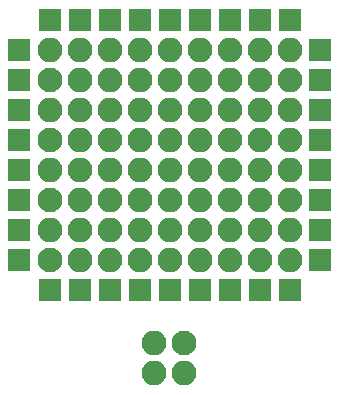
<source format=gbs>
G04 #@! TF.FileFunction,Soldermask,Bot*
%FSLAX46Y46*%
G04 Gerber Fmt 4.6, Leading zero omitted, Abs format (unit mm)*
G04 Created by KiCad (PCBNEW 4.0.7-e2-6376~61~ubuntu18.04.1) date Wed Jun  6 20:56:43 2018*
%MOMM*%
%LPD*%
G01*
G04 APERTURE LIST*
%ADD10C,0.100000*%
%ADD11C,2.100000*%
%ADD12O,2.100000X2.100000*%
%ADD13R,1.900000X1.900000*%
G04 APERTURE END LIST*
D10*
D11*
X118364000Y-171200000D03*
D12*
X118364000Y-168660000D03*
X120904000Y-171200000D03*
X120904000Y-168660000D03*
X123444000Y-171200000D03*
X123444000Y-168660000D03*
X125984000Y-171200000D03*
X125984000Y-168660000D03*
X128524000Y-171200000D03*
X128524000Y-168660000D03*
X131064000Y-171200000D03*
X131064000Y-168660000D03*
X133604000Y-171200000D03*
X133604000Y-168660000D03*
X136144000Y-171200000D03*
X136144000Y-168660000D03*
X138684000Y-171200000D03*
X138684000Y-168660000D03*
D11*
X118364000Y-166100000D03*
D12*
X118364000Y-163560000D03*
X120904000Y-166100000D03*
X120904000Y-163560000D03*
X123444000Y-166100000D03*
X123444000Y-163560000D03*
X125984000Y-166100000D03*
X125984000Y-163560000D03*
X128524000Y-166100000D03*
X128524000Y-163560000D03*
X131064000Y-166100000D03*
X131064000Y-163560000D03*
X133604000Y-166100000D03*
X133604000Y-163560000D03*
X136144000Y-166100000D03*
X136144000Y-163560000D03*
X138684000Y-166100000D03*
X138684000Y-163560000D03*
D11*
X118364000Y-161036000D03*
D12*
X118364000Y-158496000D03*
X120904000Y-161036000D03*
X120904000Y-158496000D03*
X123444000Y-161036000D03*
X123444000Y-158496000D03*
X125984000Y-161036000D03*
X125984000Y-158496000D03*
X128524000Y-161036000D03*
X128524000Y-158496000D03*
X131064000Y-161036000D03*
X131064000Y-158496000D03*
X133604000Y-161036000D03*
X133604000Y-158496000D03*
X136144000Y-161036000D03*
X136144000Y-158496000D03*
X138684000Y-161036000D03*
X138684000Y-158496000D03*
D11*
X118364000Y-155956000D03*
D12*
X118364000Y-153416000D03*
X120904000Y-155956000D03*
X120904000Y-153416000D03*
X123444000Y-155956000D03*
X123444000Y-153416000D03*
X125984000Y-155956000D03*
X125984000Y-153416000D03*
X128524000Y-155956000D03*
X128524000Y-153416000D03*
X131064000Y-155956000D03*
X131064000Y-153416000D03*
X133604000Y-155956000D03*
X133604000Y-153416000D03*
X136144000Y-155956000D03*
X136144000Y-153416000D03*
X138684000Y-155956000D03*
X138684000Y-153416000D03*
D11*
X129770000Y-178230000D03*
D12*
X129770000Y-180770000D03*
X127230000Y-178230000D03*
X127230000Y-180770000D03*
D13*
X115798600Y-153416000D03*
X115798600Y-155956000D03*
X115798600Y-158496000D03*
X115798600Y-161036000D03*
X115798600Y-163576000D03*
X115798600Y-166116000D03*
X115798600Y-168656000D03*
X115798600Y-171196000D03*
X141224000Y-153416000D03*
X141224000Y-155956000D03*
X141224000Y-158496000D03*
X141224000Y-161036000D03*
X141224000Y-163576000D03*
X141224000Y-166116000D03*
X141224000Y-168656000D03*
X141224000Y-171196000D03*
X118364000Y-150876000D03*
X120904000Y-150876000D03*
X123444000Y-150876000D03*
X125984000Y-150876000D03*
X128524000Y-150876000D03*
X131064000Y-150876000D03*
X133604000Y-150876000D03*
X136144000Y-150876000D03*
X138684000Y-150876000D03*
X118364000Y-173736000D03*
X120904000Y-173736000D03*
X123444000Y-173736000D03*
X125984000Y-173736000D03*
X128524000Y-173736000D03*
X131064000Y-173736000D03*
X133604000Y-173736000D03*
X136144000Y-173736000D03*
X138684000Y-173736000D03*
M02*

</source>
